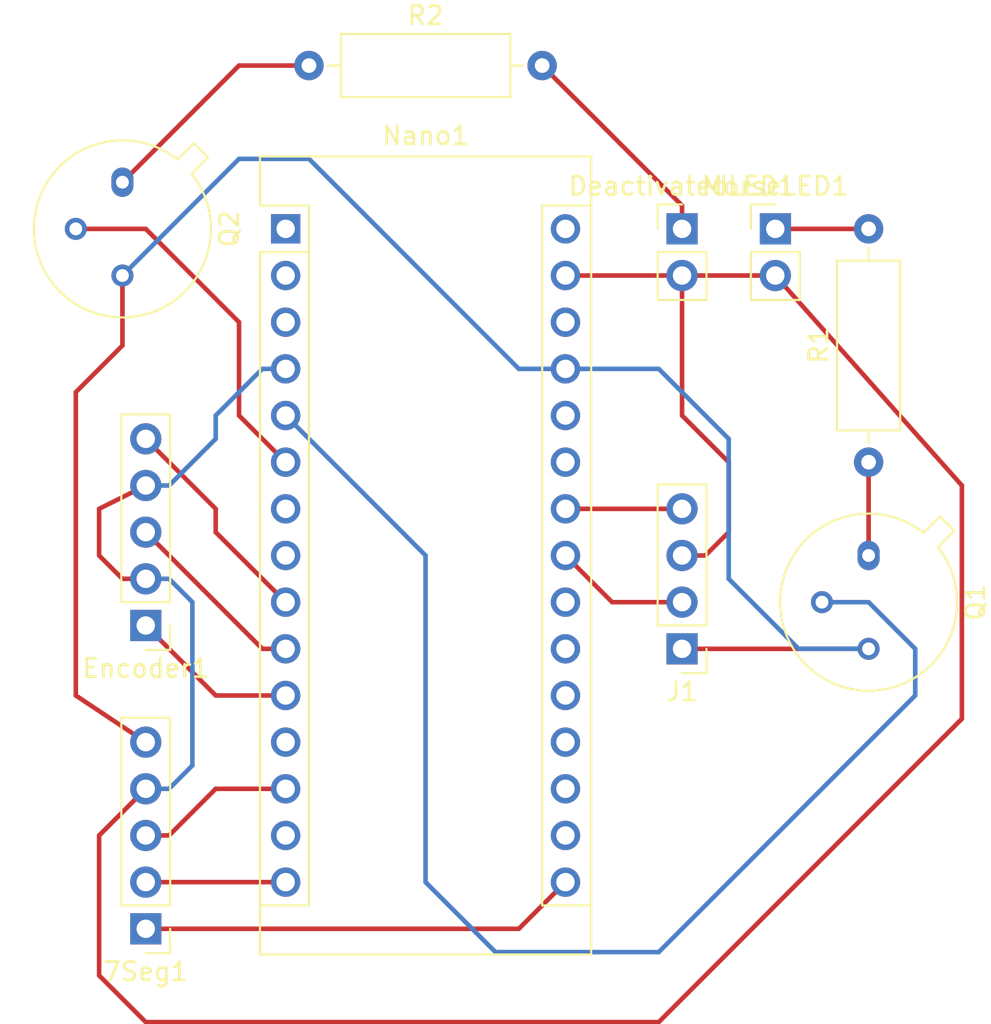
<source format=kicad_pcb>
(kicad_pcb (version 20171130) (host pcbnew "(5.1.9)-1")

  (general
    (thickness 1.6)
    (drawings 0)
    (tracks 77)
    (zones 0)
    (modules 10)
    (nets 34)
  )

  (page A4)
  (layers
    (0 F.Cu signal)
    (31 B.Cu signal)
    (32 B.Adhes user)
    (33 F.Adhes user)
    (34 B.Paste user)
    (35 F.Paste user)
    (36 B.SilkS user)
    (37 F.SilkS user)
    (38 B.Mask user)
    (39 F.Mask user)
    (40 Dwgs.User user)
    (41 Cmts.User user hide)
    (42 Eco1.User user hide)
    (43 Eco2.User user hide)
    (44 Edge.Cuts user hide)
    (45 Margin user hide)
    (46 B.CrtYd user hide)
    (47 F.CrtYd user hide)
    (48 B.Fab user)
    (49 F.Fab user)
  )

  (setup
    (last_trace_width 0.25)
    (trace_clearance 0.2)
    (zone_clearance 0.508)
    (zone_45_only no)
    (trace_min 0.2)
    (via_size 0.8)
    (via_drill 0.4)
    (via_min_size 0.4)
    (via_min_drill 0.3)
    (uvia_size 0.3)
    (uvia_drill 0.1)
    (uvias_allowed no)
    (uvia_min_size 0.2)
    (uvia_min_drill 0.1)
    (edge_width 0.05)
    (segment_width 0.2)
    (pcb_text_width 0.3)
    (pcb_text_size 1.5 1.5)
    (mod_edge_width 0.12)
    (mod_text_size 1 1)
    (mod_text_width 0.15)
    (pad_size 1.524 1.524)
    (pad_drill 0.762)
    (pad_to_mask_clearance 0)
    (aux_axis_origin 0 0)
    (visible_elements 7FFFFFFF)
    (pcbplotparams
      (layerselection 0x010fc_ffffffff)
      (usegerberextensions false)
      (usegerberattributes true)
      (usegerberadvancedattributes true)
      (creategerberjobfile true)
      (excludeedgelayer true)
      (linewidth 0.100000)
      (plotframeref false)
      (viasonmask false)
      (mode 1)
      (useauxorigin false)
      (hpglpennumber 1)
      (hpglpenspeed 20)
      (hpglpendiameter 15.000000)
      (psnegative false)
      (psa4output false)
      (plotreference true)
      (plotvalue true)
      (plotinvisibletext false)
      (padsonsilk false)
      (subtractmaskfromsilk false)
      (outputformat 1)
      (mirror false)
      (drillshape 1)
      (scaleselection 1)
      (outputdirectory ""))
  )

  (net 0 "")
  (net 1 "Net-(7Seg1-Pad1)")
  (net 2 "Net-(7Seg1-Pad2)")
  (net 3 "Net-(Nano1-Pad30)")
  (net 4 "Net-(Nano1-Pad14)")
  (net 5 GND)
  (net 6 "Net-(7Seg1-Pad3)")
  (net 7 "Net-(Nano1-Pad28)")
  (net 8 "Net-(Nano1-Pad12)")
  (net 9 +5V)
  (net 10 "Net-(Encoder1-Pad1)")
  (net 11 "Net-(Nano1-Pad26)")
  (net 12 "Net-(Encoder1-Pad3)")
  (net 13 "Net-(Nano1-Pad25)")
  (net 14 "Net-(Encoder1-Pad5)")
  (net 15 "Net-(Nano1-Pad8)")
  (net 16 "Net-(Nano1-Pad7)")
  (net 17 "Net-(Nano1-Pad22)")
  (net 18 "Net-(Nano1-Pad6)")
  (net 19 "Net-(Nano1-Pad21)")
  (net 20 "Net-(Nano1-Pad5)")
  (net 21 "Net-(Nano1-Pad20)")
  (net 22 "Net-(Nano1-Pad19)")
  (net 23 "Net-(Nano1-Pad3)")
  (net 24 "Net-(Nano1-Pad18)")
  (net 25 "Net-(Nano1-Pad2)")
  (net 26 "Net-(Nano1-Pad17)")
  (net 27 "Net-(Nano1-Pad1)")
  (net 28 "Net-(Q1-Pad1)")
  (net 29 "Net-(DeactivatedLED1-Pad1)")
  (net 30 "Net-(J1-Pad4)")
  (net 31 "Net-(J1-Pad2)")
  (net 32 "Net-(MorseLED1-Pad1)")
  (net 33 "Net-(Q2-Pad1)")

  (net_class Default "This is the default net class."
    (clearance 0.2)
    (trace_width 0.25)
    (via_dia 0.8)
    (via_drill 0.4)
    (uvia_dia 0.3)
    (uvia_drill 0.1)
    (add_net +5V)
    (add_net GND)
    (add_net "Net-(7Seg1-Pad1)")
    (add_net "Net-(7Seg1-Pad2)")
    (add_net "Net-(7Seg1-Pad3)")
    (add_net "Net-(DeactivatedLED1-Pad1)")
    (add_net "Net-(Encoder1-Pad1)")
    (add_net "Net-(Encoder1-Pad3)")
    (add_net "Net-(Encoder1-Pad5)")
    (add_net "Net-(J1-Pad2)")
    (add_net "Net-(J1-Pad4)")
    (add_net "Net-(MorseLED1-Pad1)")
    (add_net "Net-(Nano1-Pad1)")
    (add_net "Net-(Nano1-Pad12)")
    (add_net "Net-(Nano1-Pad14)")
    (add_net "Net-(Nano1-Pad17)")
    (add_net "Net-(Nano1-Pad18)")
    (add_net "Net-(Nano1-Pad19)")
    (add_net "Net-(Nano1-Pad2)")
    (add_net "Net-(Nano1-Pad20)")
    (add_net "Net-(Nano1-Pad21)")
    (add_net "Net-(Nano1-Pad22)")
    (add_net "Net-(Nano1-Pad25)")
    (add_net "Net-(Nano1-Pad26)")
    (add_net "Net-(Nano1-Pad28)")
    (add_net "Net-(Nano1-Pad3)")
    (add_net "Net-(Nano1-Pad30)")
    (add_net "Net-(Nano1-Pad5)")
    (add_net "Net-(Nano1-Pad6)")
    (add_net "Net-(Nano1-Pad7)")
    (add_net "Net-(Nano1-Pad8)")
    (add_net "Net-(Q1-Pad1)")
    (add_net "Net-(Q2-Pad1)")
  )

  (module Resistor_THT:R_Axial_DIN0309_L9.0mm_D3.2mm_P12.70mm_Horizontal (layer F.Cu) (tedit 5AE5139B) (tstamp 610548EB)
    (at 154.94 77.47)
    (descr "Resistor, Axial_DIN0309 series, Axial, Horizontal, pin pitch=12.7mm, 0.5W = 1/2W, length*diameter=9*3.2mm^2, http://cdn-reichelt.de/documents/datenblatt/B400/1_4W%23YAG.pdf")
    (tags "Resistor Axial_DIN0309 series Axial Horizontal pin pitch 12.7mm 0.5W = 1/2W length 9mm diameter 3.2mm")
    (path /61056D92)
    (fp_text reference R2 (at 6.35 -2.72) (layer F.SilkS)
      (effects (font (size 1 1) (thickness 0.15)))
    )
    (fp_text value R (at 6.35 2.72) (layer F.Fab)
      (effects (font (size 1 1) (thickness 0.15)))
    )
    (fp_line (start 1.85 -1.6) (end 1.85 1.6) (layer F.Fab) (width 0.1))
    (fp_line (start 1.85 1.6) (end 10.85 1.6) (layer F.Fab) (width 0.1))
    (fp_line (start 10.85 1.6) (end 10.85 -1.6) (layer F.Fab) (width 0.1))
    (fp_line (start 10.85 -1.6) (end 1.85 -1.6) (layer F.Fab) (width 0.1))
    (fp_line (start 0 0) (end 1.85 0) (layer F.Fab) (width 0.1))
    (fp_line (start 12.7 0) (end 10.85 0) (layer F.Fab) (width 0.1))
    (fp_line (start 1.73 -1.72) (end 1.73 1.72) (layer F.SilkS) (width 0.12))
    (fp_line (start 1.73 1.72) (end 10.97 1.72) (layer F.SilkS) (width 0.12))
    (fp_line (start 10.97 1.72) (end 10.97 -1.72) (layer F.SilkS) (width 0.12))
    (fp_line (start 10.97 -1.72) (end 1.73 -1.72) (layer F.SilkS) (width 0.12))
    (fp_line (start 1.04 0) (end 1.73 0) (layer F.SilkS) (width 0.12))
    (fp_line (start 11.66 0) (end 10.97 0) (layer F.SilkS) (width 0.12))
    (fp_line (start -1.05 -1.85) (end -1.05 1.85) (layer F.CrtYd) (width 0.05))
    (fp_line (start -1.05 1.85) (end 13.75 1.85) (layer F.CrtYd) (width 0.05))
    (fp_line (start 13.75 1.85) (end 13.75 -1.85) (layer F.CrtYd) (width 0.05))
    (fp_line (start 13.75 -1.85) (end -1.05 -1.85) (layer F.CrtYd) (width 0.05))
    (fp_text user %R (at 6.35 0) (layer F.Fab)
      (effects (font (size 1 1) (thickness 0.15)))
    )
    (pad 2 thru_hole oval (at 12.7 0) (size 1.6 1.6) (drill 0.8) (layers *.Cu *.Mask)
      (net 29 "Net-(DeactivatedLED1-Pad1)"))
    (pad 1 thru_hole circle (at 0 0) (size 1.6 1.6) (drill 0.8) (layers *.Cu *.Mask)
      (net 33 "Net-(Q2-Pad1)"))
    (model ${KISYS3DMOD}/Resistor_THT.3dshapes/R_Axial_DIN0309_L9.0mm_D3.2mm_P12.70mm_Horizontal.wrl
      (at (xyz 0 0 0))
      (scale (xyz 1 1 1))
      (rotate (xyz 0 0 0))
    )
  )

  (module Resistor_THT:R_Axial_DIN0309_L9.0mm_D3.2mm_P12.70mm_Horizontal (layer F.Cu) (tedit 5AE5139B) (tstamp 610548D4)
    (at 185.42 99.06 90)
    (descr "Resistor, Axial_DIN0309 series, Axial, Horizontal, pin pitch=12.7mm, 0.5W = 1/2W, length*diameter=9*3.2mm^2, http://cdn-reichelt.de/documents/datenblatt/B400/1_4W%23YAG.pdf")
    (tags "Resistor Axial_DIN0309 series Axial Horizontal pin pitch 12.7mm 0.5W = 1/2W length 9mm diameter 3.2mm")
    (path /6104E96F)
    (fp_text reference R1 (at 6.35 -2.72 90) (layer F.SilkS)
      (effects (font (size 1 1) (thickness 0.15)))
    )
    (fp_text value R (at 6.35 2.72 90) (layer F.Fab)
      (effects (font (size 1 1) (thickness 0.15)))
    )
    (fp_line (start 1.85 -1.6) (end 1.85 1.6) (layer F.Fab) (width 0.1))
    (fp_line (start 1.85 1.6) (end 10.85 1.6) (layer F.Fab) (width 0.1))
    (fp_line (start 10.85 1.6) (end 10.85 -1.6) (layer F.Fab) (width 0.1))
    (fp_line (start 10.85 -1.6) (end 1.85 -1.6) (layer F.Fab) (width 0.1))
    (fp_line (start 0 0) (end 1.85 0) (layer F.Fab) (width 0.1))
    (fp_line (start 12.7 0) (end 10.85 0) (layer F.Fab) (width 0.1))
    (fp_line (start 1.73 -1.72) (end 1.73 1.72) (layer F.SilkS) (width 0.12))
    (fp_line (start 1.73 1.72) (end 10.97 1.72) (layer F.SilkS) (width 0.12))
    (fp_line (start 10.97 1.72) (end 10.97 -1.72) (layer F.SilkS) (width 0.12))
    (fp_line (start 10.97 -1.72) (end 1.73 -1.72) (layer F.SilkS) (width 0.12))
    (fp_line (start 1.04 0) (end 1.73 0) (layer F.SilkS) (width 0.12))
    (fp_line (start 11.66 0) (end 10.97 0) (layer F.SilkS) (width 0.12))
    (fp_line (start -1.05 -1.85) (end -1.05 1.85) (layer F.CrtYd) (width 0.05))
    (fp_line (start -1.05 1.85) (end 13.75 1.85) (layer F.CrtYd) (width 0.05))
    (fp_line (start 13.75 1.85) (end 13.75 -1.85) (layer F.CrtYd) (width 0.05))
    (fp_line (start 13.75 -1.85) (end -1.05 -1.85) (layer F.CrtYd) (width 0.05))
    (fp_text user %R (at 6.35 0 90) (layer F.Fab)
      (effects (font (size 1 1) (thickness 0.15)))
    )
    (pad 2 thru_hole oval (at 12.7 0 90) (size 1.6 1.6) (drill 0.8) (layers *.Cu *.Mask)
      (net 32 "Net-(MorseLED1-Pad1)"))
    (pad 1 thru_hole circle (at 0 0 90) (size 1.6 1.6) (drill 0.8) (layers *.Cu *.Mask)
      (net 28 "Net-(Q1-Pad1)"))
    (model ${KISYS3DMOD}/Resistor_THT.3dshapes/R_Axial_DIN0309_L9.0mm_D3.2mm_P12.70mm_Horizontal.wrl
      (at (xyz 0 0 0))
      (scale (xyz 1 1 1))
      (rotate (xyz 0 0 0))
    )
  )

  (module Package_TO_SOT_THT:TO-39-3 (layer F.Cu) (tedit 5A02FF81) (tstamp 610548BD)
    (at 144.78 83.82 270)
    (descr TO-39-3)
    (tags TO-39-3)
    (path /6105728C)
    (fp_text reference Q2 (at 2.54 -5.82 90) (layer F.SilkS)
      (effects (font (size 1 1) (thickness 0.15)))
    )
    (fp_text value 2N2219 (at 2.54 5.82 90) (layer F.Fab)
      (effects (font (size 1 1) (thickness 0.15)))
    )
    (fp_line (start -0.465408 -3.61352) (end -1.27151 -4.419621) (layer F.Fab) (width 0.1))
    (fp_line (start -1.27151 -4.419621) (end -1.879621 -3.81151) (layer F.Fab) (width 0.1))
    (fp_line (start -1.879621 -3.81151) (end -1.07352 -3.005408) (layer F.Fab) (width 0.1))
    (fp_line (start -0.457084 -3.774902) (end -1.348039 -4.665856) (layer F.SilkS) (width 0.12))
    (fp_line (start -1.348039 -4.665856) (end -2.125856 -3.888039) (layer F.SilkS) (width 0.12))
    (fp_line (start -2.125856 -3.888039) (end -1.234902 -2.997084) (layer F.SilkS) (width 0.12))
    (fp_line (start -2.41 -4.95) (end -2.41 4.95) (layer F.CrtYd) (width 0.05))
    (fp_line (start -2.41 4.95) (end 7.49 4.95) (layer F.CrtYd) (width 0.05))
    (fp_line (start 7.49 4.95) (end 7.49 -4.95) (layer F.CrtYd) (width 0.05))
    (fp_line (start 7.49 -4.95) (end -2.41 -4.95) (layer F.CrtYd) (width 0.05))
    (fp_circle (center 2.54 0) (end 6.79 0) (layer F.Fab) (width 0.1))
    (fp_arc (start 2.54 0) (end -0.457084 -3.774902) (angle 346.9) (layer F.SilkS) (width 0.12))
    (fp_arc (start 2.54 0) (end -0.465408 -3.61352) (angle 349.5) (layer F.Fab) (width 0.1))
    (fp_text user %R (at 2.54 -5.82 90) (layer F.Fab)
      (effects (font (size 1 1) (thickness 0.15)))
    )
    (pad 3 thru_hole oval (at 5.08 0 270) (size 1.2 1.2) (drill 0.7) (layers *.Cu *.Mask)
      (net 9 +5V))
    (pad 2 thru_hole oval (at 2.54 2.54 270) (size 1.2 1.2) (drill 0.7) (layers *.Cu *.Mask)
      (net 18 "Net-(Nano1-Pad6)"))
    (pad 1 thru_hole oval (at 0 0 270) (size 1.6 1.2) (drill 0.7) (layers *.Cu *.Mask)
      (net 33 "Net-(Q2-Pad1)"))
    (model ${KISYS3DMOD}/Package_TO_SOT_THT.3dshapes/TO-39-3.wrl
      (at (xyz 0 0 0))
      (scale (xyz 1 1 1))
      (rotate (xyz 0 0 0))
    )
  )

  (module Connector_PinHeader_2.54mm:PinHeader_1x02_P2.54mm_Vertical (layer F.Cu) (tedit 59FED5CC) (tstamp 61054808)
    (at 180.34 86.36)
    (descr "Through hole straight pin header, 1x02, 2.54mm pitch, single row")
    (tags "Through hole pin header THT 1x02 2.54mm single row")
    (path /610551C1)
    (fp_text reference MorseLED1 (at 0 -2.33) (layer F.SilkS)
      (effects (font (size 1 1) (thickness 0.15)))
    )
    (fp_text value Conn_01x02 (at 0 4.87) (layer F.Fab)
      (effects (font (size 1 1) (thickness 0.15)))
    )
    (fp_line (start -0.635 -1.27) (end 1.27 -1.27) (layer F.Fab) (width 0.1))
    (fp_line (start 1.27 -1.27) (end 1.27 3.81) (layer F.Fab) (width 0.1))
    (fp_line (start 1.27 3.81) (end -1.27 3.81) (layer F.Fab) (width 0.1))
    (fp_line (start -1.27 3.81) (end -1.27 -0.635) (layer F.Fab) (width 0.1))
    (fp_line (start -1.27 -0.635) (end -0.635 -1.27) (layer F.Fab) (width 0.1))
    (fp_line (start -1.33 3.87) (end 1.33 3.87) (layer F.SilkS) (width 0.12))
    (fp_line (start -1.33 1.27) (end -1.33 3.87) (layer F.SilkS) (width 0.12))
    (fp_line (start 1.33 1.27) (end 1.33 3.87) (layer F.SilkS) (width 0.12))
    (fp_line (start -1.33 1.27) (end 1.33 1.27) (layer F.SilkS) (width 0.12))
    (fp_line (start -1.33 0) (end -1.33 -1.33) (layer F.SilkS) (width 0.12))
    (fp_line (start -1.33 -1.33) (end 0 -1.33) (layer F.SilkS) (width 0.12))
    (fp_line (start -1.8 -1.8) (end -1.8 4.35) (layer F.CrtYd) (width 0.05))
    (fp_line (start -1.8 4.35) (end 1.8 4.35) (layer F.CrtYd) (width 0.05))
    (fp_line (start 1.8 4.35) (end 1.8 -1.8) (layer F.CrtYd) (width 0.05))
    (fp_line (start 1.8 -1.8) (end -1.8 -1.8) (layer F.CrtYd) (width 0.05))
    (fp_text user %R (at 0 1.27 90) (layer F.Fab)
      (effects (font (size 1 1) (thickness 0.15)))
    )
    (pad 2 thru_hole oval (at 0 2.54) (size 1.7 1.7) (drill 1) (layers *.Cu *.Mask)
      (net 5 GND))
    (pad 1 thru_hole rect (at 0 0) (size 1.7 1.7) (drill 1) (layers *.Cu *.Mask)
      (net 32 "Net-(MorseLED1-Pad1)"))
    (model ${KISYS3DMOD}/Connector_PinHeader_2.54mm.3dshapes/PinHeader_1x02_P2.54mm_Vertical.wrl
      (at (xyz 0 0 0))
      (scale (xyz 1 1 1))
      (rotate (xyz 0 0 0))
    )
  )

  (module Connector_PinHeader_2.54mm:PinHeader_1x04_P2.54mm_Vertical (layer F.Cu) (tedit 59FED5CC) (tstamp 610547F2)
    (at 175.26 109.22 180)
    (descr "Through hole straight pin header, 1x04, 2.54mm pitch, single row")
    (tags "Through hole pin header THT 1x04 2.54mm single row")
    (path /6105BDAA)
    (fp_text reference J1 (at 0 -2.33) (layer F.SilkS)
      (effects (font (size 1 1) (thickness 0.15)))
    )
    (fp_text value Conn_01x04 (at 0 9.95) (layer F.Fab)
      (effects (font (size 1 1) (thickness 0.15)))
    )
    (fp_line (start -0.635 -1.27) (end 1.27 -1.27) (layer F.Fab) (width 0.1))
    (fp_line (start 1.27 -1.27) (end 1.27 8.89) (layer F.Fab) (width 0.1))
    (fp_line (start 1.27 8.89) (end -1.27 8.89) (layer F.Fab) (width 0.1))
    (fp_line (start -1.27 8.89) (end -1.27 -0.635) (layer F.Fab) (width 0.1))
    (fp_line (start -1.27 -0.635) (end -0.635 -1.27) (layer F.Fab) (width 0.1))
    (fp_line (start -1.33 8.95) (end 1.33 8.95) (layer F.SilkS) (width 0.12))
    (fp_line (start -1.33 1.27) (end -1.33 8.95) (layer F.SilkS) (width 0.12))
    (fp_line (start 1.33 1.27) (end 1.33 8.95) (layer F.SilkS) (width 0.12))
    (fp_line (start -1.33 1.27) (end 1.33 1.27) (layer F.SilkS) (width 0.12))
    (fp_line (start -1.33 0) (end -1.33 -1.33) (layer F.SilkS) (width 0.12))
    (fp_line (start -1.33 -1.33) (end 0 -1.33) (layer F.SilkS) (width 0.12))
    (fp_line (start -1.8 -1.8) (end -1.8 9.4) (layer F.CrtYd) (width 0.05))
    (fp_line (start -1.8 9.4) (end 1.8 9.4) (layer F.CrtYd) (width 0.05))
    (fp_line (start 1.8 9.4) (end 1.8 -1.8) (layer F.CrtYd) (width 0.05))
    (fp_line (start 1.8 -1.8) (end -1.8 -1.8) (layer F.CrtYd) (width 0.05))
    (fp_text user %R (at 0 3.81 90) (layer F.Fab)
      (effects (font (size 1 1) (thickness 0.15)))
    )
    (pad 4 thru_hole oval (at 0 7.62 180) (size 1.7 1.7) (drill 1) (layers *.Cu *.Mask)
      (net 30 "Net-(J1-Pad4)"))
    (pad 3 thru_hole oval (at 0 5.08 180) (size 1.7 1.7) (drill 1) (layers *.Cu *.Mask)
      (net 5 GND))
    (pad 2 thru_hole oval (at 0 2.54 180) (size 1.7 1.7) (drill 1) (layers *.Cu *.Mask)
      (net 31 "Net-(J1-Pad2)"))
    (pad 1 thru_hole rect (at 0 0 180) (size 1.7 1.7) (drill 1) (layers *.Cu *.Mask)
      (net 9 +5V))
    (model ${KISYS3DMOD}/Connector_PinHeader_2.54mm.3dshapes/PinHeader_1x04_P2.54mm_Vertical.wrl
      (at (xyz 0 0 0))
      (scale (xyz 1 1 1))
      (rotate (xyz 0 0 0))
    )
  )

  (module Connector_PinHeader_2.54mm:PinHeader_1x02_P2.54mm_Vertical (layer F.Cu) (tedit 59FED5CC) (tstamp 610547AA)
    (at 175.26 86.36)
    (descr "Through hole straight pin header, 1x02, 2.54mm pitch, single row")
    (tags "Through hole pin header THT 1x02 2.54mm single row")
    (path /6105576B)
    (fp_text reference DeactivatedLED1 (at 0 -2.33) (layer F.SilkS)
      (effects (font (size 1 1) (thickness 0.15)))
    )
    (fp_text value Conn_01x02 (at 0 4.87) (layer F.Fab)
      (effects (font (size 1 1) (thickness 0.15)))
    )
    (fp_line (start -0.635 -1.27) (end 1.27 -1.27) (layer F.Fab) (width 0.1))
    (fp_line (start 1.27 -1.27) (end 1.27 3.81) (layer F.Fab) (width 0.1))
    (fp_line (start 1.27 3.81) (end -1.27 3.81) (layer F.Fab) (width 0.1))
    (fp_line (start -1.27 3.81) (end -1.27 -0.635) (layer F.Fab) (width 0.1))
    (fp_line (start -1.27 -0.635) (end -0.635 -1.27) (layer F.Fab) (width 0.1))
    (fp_line (start -1.33 3.87) (end 1.33 3.87) (layer F.SilkS) (width 0.12))
    (fp_line (start -1.33 1.27) (end -1.33 3.87) (layer F.SilkS) (width 0.12))
    (fp_line (start 1.33 1.27) (end 1.33 3.87) (layer F.SilkS) (width 0.12))
    (fp_line (start -1.33 1.27) (end 1.33 1.27) (layer F.SilkS) (width 0.12))
    (fp_line (start -1.33 0) (end -1.33 -1.33) (layer F.SilkS) (width 0.12))
    (fp_line (start -1.33 -1.33) (end 0 -1.33) (layer F.SilkS) (width 0.12))
    (fp_line (start -1.8 -1.8) (end -1.8 4.35) (layer F.CrtYd) (width 0.05))
    (fp_line (start -1.8 4.35) (end 1.8 4.35) (layer F.CrtYd) (width 0.05))
    (fp_line (start 1.8 4.35) (end 1.8 -1.8) (layer F.CrtYd) (width 0.05))
    (fp_line (start 1.8 -1.8) (end -1.8 -1.8) (layer F.CrtYd) (width 0.05))
    (fp_text user %R (at 0 1.27 90) (layer F.Fab)
      (effects (font (size 1 1) (thickness 0.15)))
    )
    (pad 2 thru_hole oval (at 0 2.54) (size 1.7 1.7) (drill 1) (layers *.Cu *.Mask)
      (net 5 GND))
    (pad 1 thru_hole rect (at 0 0) (size 1.7 1.7) (drill 1) (layers *.Cu *.Mask)
      (net 29 "Net-(DeactivatedLED1-Pad1)"))
    (model ${KISYS3DMOD}/Connector_PinHeader_2.54mm.3dshapes/PinHeader_1x02_P2.54mm_Vertical.wrl
      (at (xyz 0 0 0))
      (scale (xyz 1 1 1))
      (rotate (xyz 0 0 0))
    )
  )

  (module Package_TO_SOT_THT:TO-39-3 (layer F.Cu) (tedit 5A02FF81) (tstamp 61049976)
    (at 185.42 104.14 270)
    (descr TO-39-3)
    (tags TO-39-3)
    (path /6104D7BF)
    (fp_text reference Q1 (at 2.54 -5.82 90) (layer F.SilkS)
      (effects (font (size 1 1) (thickness 0.15)))
    )
    (fp_text value 2N2219 (at 2.54 5.82 90) (layer F.Fab)
      (effects (font (size 1 1) (thickness 0.15)))
    )
    (fp_circle (center 2.54 0) (end 6.79 0) (layer F.Fab) (width 0.1))
    (fp_line (start 7.49 -4.95) (end -2.41 -4.95) (layer F.CrtYd) (width 0.05))
    (fp_line (start 7.49 4.95) (end 7.49 -4.95) (layer F.CrtYd) (width 0.05))
    (fp_line (start -2.41 4.95) (end 7.49 4.95) (layer F.CrtYd) (width 0.05))
    (fp_line (start -2.41 -4.95) (end -2.41 4.95) (layer F.CrtYd) (width 0.05))
    (fp_line (start -2.125856 -3.888039) (end -1.234902 -2.997084) (layer F.SilkS) (width 0.12))
    (fp_line (start -1.348039 -4.665856) (end -2.125856 -3.888039) (layer F.SilkS) (width 0.12))
    (fp_line (start -0.457084 -3.774902) (end -1.348039 -4.665856) (layer F.SilkS) (width 0.12))
    (fp_line (start -1.879621 -3.81151) (end -1.07352 -3.005408) (layer F.Fab) (width 0.1))
    (fp_line (start -1.27151 -4.419621) (end -1.879621 -3.81151) (layer F.Fab) (width 0.1))
    (fp_line (start -0.465408 -3.61352) (end -1.27151 -4.419621) (layer F.Fab) (width 0.1))
    (fp_text user %R (at 2.54 -5.82 90) (layer F.Fab)
      (effects (font (size 1 1) (thickness 0.15)))
    )
    (fp_arc (start 2.54 0) (end -0.465408 -3.61352) (angle 349.5) (layer F.Fab) (width 0.1))
    (fp_arc (start 2.54 0) (end -0.457084 -3.774902) (angle 346.9) (layer F.SilkS) (width 0.12))
    (pad 1 thru_hole oval (at 0 0 270) (size 1.6 1.2) (drill 0.7) (layers *.Cu *.Mask)
      (net 28 "Net-(Q1-Pad1)"))
    (pad 2 thru_hole oval (at 2.54 2.54 270) (size 1.2 1.2) (drill 0.7) (layers *.Cu *.Mask)
      (net 20 "Net-(Nano1-Pad5)"))
    (pad 3 thru_hole oval (at 5.08 0 270) (size 1.2 1.2) (drill 0.7) (layers *.Cu *.Mask)
      (net 9 +5V))
    (model ${KISYS3DMOD}/Package_TO_SOT_THT.3dshapes/TO-39-3.wrl
      (at (xyz 0 0 0))
      (scale (xyz 1 1 1))
      (rotate (xyz 0 0 0))
    )
  )

  (module Connector_PinHeader_2.54mm:PinHeader_1x05_P2.54mm_Vertical (layer F.Cu) (tedit 59FED5CC) (tstamp 610495D7)
    (at 146.05 107.95 180)
    (descr "Through hole straight pin header, 1x05, 2.54mm pitch, single row")
    (tags "Through hole pin header THT 1x05 2.54mm single row")
    (path /61045C91)
    (fp_text reference Encoder1 (at 0 -2.33) (layer F.SilkS)
      (effects (font (size 1 1) (thickness 0.15)))
    )
    (fp_text value Conn_01x05 (at 0 12.49) (layer F.Fab)
      (effects (font (size 1 1) (thickness 0.15)))
    )
    (fp_line (start -0.635 -1.27) (end 1.27 -1.27) (layer F.Fab) (width 0.1))
    (fp_line (start 1.27 -1.27) (end 1.27 11.43) (layer F.Fab) (width 0.1))
    (fp_line (start 1.27 11.43) (end -1.27 11.43) (layer F.Fab) (width 0.1))
    (fp_line (start -1.27 11.43) (end -1.27 -0.635) (layer F.Fab) (width 0.1))
    (fp_line (start -1.27 -0.635) (end -0.635 -1.27) (layer F.Fab) (width 0.1))
    (fp_line (start -1.33 11.49) (end 1.33 11.49) (layer F.SilkS) (width 0.12))
    (fp_line (start -1.33 1.27) (end -1.33 11.49) (layer F.SilkS) (width 0.12))
    (fp_line (start 1.33 1.27) (end 1.33 11.49) (layer F.SilkS) (width 0.12))
    (fp_line (start -1.33 1.27) (end 1.33 1.27) (layer F.SilkS) (width 0.12))
    (fp_line (start -1.33 0) (end -1.33 -1.33) (layer F.SilkS) (width 0.12))
    (fp_line (start -1.33 -1.33) (end 0 -1.33) (layer F.SilkS) (width 0.12))
    (fp_line (start -1.8 -1.8) (end -1.8 11.95) (layer F.CrtYd) (width 0.05))
    (fp_line (start -1.8 11.95) (end 1.8 11.95) (layer F.CrtYd) (width 0.05))
    (fp_line (start 1.8 11.95) (end 1.8 -1.8) (layer F.CrtYd) (width 0.05))
    (fp_line (start 1.8 -1.8) (end -1.8 -1.8) (layer F.CrtYd) (width 0.05))
    (fp_text user %R (at 0 5.08 90) (layer F.Fab)
      (effects (font (size 1 1) (thickness 0.15)))
    )
    (pad 5 thru_hole oval (at 0 10.16 180) (size 1.7 1.7) (drill 1) (layers *.Cu *.Mask)
      (net 14 "Net-(Encoder1-Pad5)"))
    (pad 4 thru_hole oval (at 0 7.62 180) (size 1.7 1.7) (drill 1) (layers *.Cu *.Mask)
      (net 5 GND))
    (pad 3 thru_hole oval (at 0 5.08 180) (size 1.7 1.7) (drill 1) (layers *.Cu *.Mask)
      (net 12 "Net-(Encoder1-Pad3)"))
    (pad 2 thru_hole oval (at 0 2.54 180) (size 1.7 1.7) (drill 1) (layers *.Cu *.Mask)
      (net 5 GND))
    (pad 1 thru_hole rect (at 0 0 180) (size 1.7 1.7) (drill 1) (layers *.Cu *.Mask)
      (net 10 "Net-(Encoder1-Pad1)"))
    (model ${KISYS3DMOD}/Connector_PinHeader_2.54mm.3dshapes/PinHeader_1x05_P2.54mm_Vertical.wrl
      (at (xyz 0 0 0))
      (scale (xyz 1 1 1))
      (rotate (xyz 0 0 0))
    )
  )

  (module Connector_PinHeader_2.54mm:PinHeader_1x05_P2.54mm_Vertical (layer F.Cu) (tedit 59FED5CC) (tstamp 610495BE)
    (at 146.05 124.46 180)
    (descr "Through hole straight pin header, 1x05, 2.54mm pitch, single row")
    (tags "Through hole pin header THT 1x05 2.54mm single row")
    (path /61042CBA)
    (fp_text reference 7Seg1 (at 0 -2.33) (layer F.SilkS)
      (effects (font (size 1 1) (thickness 0.15)))
    )
    (fp_text value Conn_01x05 (at 0 12.49) (layer F.Fab)
      (effects (font (size 1 1) (thickness 0.15)))
    )
    (fp_line (start -0.635 -1.27) (end 1.27 -1.27) (layer F.Fab) (width 0.1))
    (fp_line (start 1.27 -1.27) (end 1.27 11.43) (layer F.Fab) (width 0.1))
    (fp_line (start 1.27 11.43) (end -1.27 11.43) (layer F.Fab) (width 0.1))
    (fp_line (start -1.27 11.43) (end -1.27 -0.635) (layer F.Fab) (width 0.1))
    (fp_line (start -1.27 -0.635) (end -0.635 -1.27) (layer F.Fab) (width 0.1))
    (fp_line (start -1.33 11.49) (end 1.33 11.49) (layer F.SilkS) (width 0.12))
    (fp_line (start -1.33 1.27) (end -1.33 11.49) (layer F.SilkS) (width 0.12))
    (fp_line (start 1.33 1.27) (end 1.33 11.49) (layer F.SilkS) (width 0.12))
    (fp_line (start -1.33 1.27) (end 1.33 1.27) (layer F.SilkS) (width 0.12))
    (fp_line (start -1.33 0) (end -1.33 -1.33) (layer F.SilkS) (width 0.12))
    (fp_line (start -1.33 -1.33) (end 0 -1.33) (layer F.SilkS) (width 0.12))
    (fp_line (start -1.8 -1.8) (end -1.8 11.95) (layer F.CrtYd) (width 0.05))
    (fp_line (start -1.8 11.95) (end 1.8 11.95) (layer F.CrtYd) (width 0.05))
    (fp_line (start 1.8 11.95) (end 1.8 -1.8) (layer F.CrtYd) (width 0.05))
    (fp_line (start 1.8 -1.8) (end -1.8 -1.8) (layer F.CrtYd) (width 0.05))
    (fp_text user %R (at 0 5.08 90) (layer F.Fab)
      (effects (font (size 1 1) (thickness 0.15)))
    )
    (pad 5 thru_hole oval (at 0 10.16 180) (size 1.7 1.7) (drill 1) (layers *.Cu *.Mask)
      (net 9 +5V))
    (pad 4 thru_hole oval (at 0 7.62 180) (size 1.7 1.7) (drill 1) (layers *.Cu *.Mask)
      (net 5 GND))
    (pad 3 thru_hole oval (at 0 5.08 180) (size 1.7 1.7) (drill 1) (layers *.Cu *.Mask)
      (net 6 "Net-(7Seg1-Pad3)"))
    (pad 2 thru_hole oval (at 0 2.54 180) (size 1.7 1.7) (drill 1) (layers *.Cu *.Mask)
      (net 2 "Net-(7Seg1-Pad2)"))
    (pad 1 thru_hole rect (at 0 0 180) (size 1.7 1.7) (drill 1) (layers *.Cu *.Mask)
      (net 1 "Net-(7Seg1-Pad1)"))
    (model ${KISYS3DMOD}/Connector_PinHeader_2.54mm.3dshapes/PinHeader_1x05_P2.54mm_Vertical.wrl
      (at (xyz 0 0 0))
      (scale (xyz 1 1 1))
      (rotate (xyz 0 0 0))
    )
  )

  (module Module:Arduino_Nano (layer F.Cu) (tedit 58ACAF70) (tstamp 61048E8A)
    (at 153.67 86.36)
    (descr "Arduino Nano, http://www.mouser.com/pdfdocs/Gravitech_Arduino_Nano3_0.pdf")
    (tags "Arduino Nano")
    (path /6103F115)
    (fp_text reference Nano1 (at 7.62 -5.08) (layer F.SilkS)
      (effects (font (size 1 1) (thickness 0.15)))
    )
    (fp_text value Arduino_Nano_v3.x (at 8.89 19.05 90) (layer F.Fab)
      (effects (font (size 1 1) (thickness 0.15)))
    )
    (fp_line (start 16.75 42.16) (end -1.53 42.16) (layer F.CrtYd) (width 0.05))
    (fp_line (start 16.75 42.16) (end 16.75 -4.06) (layer F.CrtYd) (width 0.05))
    (fp_line (start -1.53 -4.06) (end -1.53 42.16) (layer F.CrtYd) (width 0.05))
    (fp_line (start -1.53 -4.06) (end 16.75 -4.06) (layer F.CrtYd) (width 0.05))
    (fp_line (start 16.51 -3.81) (end 16.51 39.37) (layer F.Fab) (width 0.1))
    (fp_line (start 0 -3.81) (end 16.51 -3.81) (layer F.Fab) (width 0.1))
    (fp_line (start -1.27 -2.54) (end 0 -3.81) (layer F.Fab) (width 0.1))
    (fp_line (start -1.27 39.37) (end -1.27 -2.54) (layer F.Fab) (width 0.1))
    (fp_line (start 16.51 39.37) (end -1.27 39.37) (layer F.Fab) (width 0.1))
    (fp_line (start 16.64 -3.94) (end -1.4 -3.94) (layer F.SilkS) (width 0.12))
    (fp_line (start 16.64 39.5) (end 16.64 -3.94) (layer F.SilkS) (width 0.12))
    (fp_line (start -1.4 39.5) (end 16.64 39.5) (layer F.SilkS) (width 0.12))
    (fp_line (start 3.81 41.91) (end 3.81 31.75) (layer F.Fab) (width 0.1))
    (fp_line (start 11.43 41.91) (end 3.81 41.91) (layer F.Fab) (width 0.1))
    (fp_line (start 11.43 31.75) (end 11.43 41.91) (layer F.Fab) (width 0.1))
    (fp_line (start 3.81 31.75) (end 11.43 31.75) (layer F.Fab) (width 0.1))
    (fp_line (start 1.27 36.83) (end -1.4 36.83) (layer F.SilkS) (width 0.12))
    (fp_line (start 1.27 1.27) (end 1.27 36.83) (layer F.SilkS) (width 0.12))
    (fp_line (start 1.27 1.27) (end -1.4 1.27) (layer F.SilkS) (width 0.12))
    (fp_line (start 13.97 36.83) (end 16.64 36.83) (layer F.SilkS) (width 0.12))
    (fp_line (start 13.97 -1.27) (end 13.97 36.83) (layer F.SilkS) (width 0.12))
    (fp_line (start 13.97 -1.27) (end 16.64 -1.27) (layer F.SilkS) (width 0.12))
    (fp_line (start -1.4 -3.94) (end -1.4 -1.27) (layer F.SilkS) (width 0.12))
    (fp_line (start -1.4 1.27) (end -1.4 39.5) (layer F.SilkS) (width 0.12))
    (fp_line (start 1.27 -1.27) (end -1.4 -1.27) (layer F.SilkS) (width 0.12))
    (fp_line (start 1.27 1.27) (end 1.27 -1.27) (layer F.SilkS) (width 0.12))
    (fp_text user %R (at 6.35 19.05 90) (layer F.Fab)
      (effects (font (size 1 1) (thickness 0.15)))
    )
    (pad 1 thru_hole rect (at 0 0) (size 1.6 1.6) (drill 1) (layers *.Cu *.Mask)
      (net 27 "Net-(Nano1-Pad1)"))
    (pad 17 thru_hole oval (at 15.24 33.02) (size 1.6 1.6) (drill 1) (layers *.Cu *.Mask)
      (net 26 "Net-(Nano1-Pad17)"))
    (pad 2 thru_hole oval (at 0 2.54) (size 1.6 1.6) (drill 1) (layers *.Cu *.Mask)
      (net 25 "Net-(Nano1-Pad2)"))
    (pad 18 thru_hole oval (at 15.24 30.48) (size 1.6 1.6) (drill 1) (layers *.Cu *.Mask)
      (net 24 "Net-(Nano1-Pad18)"))
    (pad 3 thru_hole oval (at 0 5.08) (size 1.6 1.6) (drill 1) (layers *.Cu *.Mask)
      (net 23 "Net-(Nano1-Pad3)"))
    (pad 19 thru_hole oval (at 15.24 27.94) (size 1.6 1.6) (drill 1) (layers *.Cu *.Mask)
      (net 22 "Net-(Nano1-Pad19)"))
    (pad 4 thru_hole oval (at 0 7.62) (size 1.6 1.6) (drill 1) (layers *.Cu *.Mask)
      (net 5 GND))
    (pad 20 thru_hole oval (at 15.24 25.4) (size 1.6 1.6) (drill 1) (layers *.Cu *.Mask)
      (net 21 "Net-(Nano1-Pad20)"))
    (pad 5 thru_hole oval (at 0 10.16) (size 1.6 1.6) (drill 1) (layers *.Cu *.Mask)
      (net 20 "Net-(Nano1-Pad5)"))
    (pad 21 thru_hole oval (at 15.24 22.86) (size 1.6 1.6) (drill 1) (layers *.Cu *.Mask)
      (net 19 "Net-(Nano1-Pad21)"))
    (pad 6 thru_hole oval (at 0 12.7) (size 1.6 1.6) (drill 1) (layers *.Cu *.Mask)
      (net 18 "Net-(Nano1-Pad6)"))
    (pad 22 thru_hole oval (at 15.24 20.32) (size 1.6 1.6) (drill 1) (layers *.Cu *.Mask)
      (net 17 "Net-(Nano1-Pad22)"))
    (pad 7 thru_hole oval (at 0 15.24) (size 1.6 1.6) (drill 1) (layers *.Cu *.Mask)
      (net 16 "Net-(Nano1-Pad7)"))
    (pad 23 thru_hole oval (at 15.24 17.78) (size 1.6 1.6) (drill 1) (layers *.Cu *.Mask)
      (net 31 "Net-(J1-Pad2)"))
    (pad 8 thru_hole oval (at 0 17.78) (size 1.6 1.6) (drill 1) (layers *.Cu *.Mask)
      (net 15 "Net-(Nano1-Pad8)"))
    (pad 24 thru_hole oval (at 15.24 15.24) (size 1.6 1.6) (drill 1) (layers *.Cu *.Mask)
      (net 30 "Net-(J1-Pad4)"))
    (pad 9 thru_hole oval (at 0 20.32) (size 1.6 1.6) (drill 1) (layers *.Cu *.Mask)
      (net 14 "Net-(Encoder1-Pad5)"))
    (pad 25 thru_hole oval (at 15.24 12.7) (size 1.6 1.6) (drill 1) (layers *.Cu *.Mask)
      (net 13 "Net-(Nano1-Pad25)"))
    (pad 10 thru_hole oval (at 0 22.86) (size 1.6 1.6) (drill 1) (layers *.Cu *.Mask)
      (net 12 "Net-(Encoder1-Pad3)"))
    (pad 26 thru_hole oval (at 15.24 10.16) (size 1.6 1.6) (drill 1) (layers *.Cu *.Mask)
      (net 11 "Net-(Nano1-Pad26)"))
    (pad 11 thru_hole oval (at 0 25.4) (size 1.6 1.6) (drill 1) (layers *.Cu *.Mask)
      (net 10 "Net-(Encoder1-Pad1)"))
    (pad 27 thru_hole oval (at 15.24 7.62) (size 1.6 1.6) (drill 1) (layers *.Cu *.Mask)
      (net 9 +5V))
    (pad 12 thru_hole oval (at 0 27.94) (size 1.6 1.6) (drill 1) (layers *.Cu *.Mask)
      (net 8 "Net-(Nano1-Pad12)"))
    (pad 28 thru_hole oval (at 15.24 5.08) (size 1.6 1.6) (drill 1) (layers *.Cu *.Mask)
      (net 7 "Net-(Nano1-Pad28)"))
    (pad 13 thru_hole oval (at 0 30.48) (size 1.6 1.6) (drill 1) (layers *.Cu *.Mask)
      (net 6 "Net-(7Seg1-Pad3)"))
    (pad 29 thru_hole oval (at 15.24 2.54) (size 1.6 1.6) (drill 1) (layers *.Cu *.Mask)
      (net 5 GND))
    (pad 14 thru_hole oval (at 0 33.02) (size 1.6 1.6) (drill 1) (layers *.Cu *.Mask)
      (net 4 "Net-(Nano1-Pad14)"))
    (pad 30 thru_hole oval (at 15.24 0) (size 1.6 1.6) (drill 1) (layers *.Cu *.Mask)
      (net 3 "Net-(Nano1-Pad30)"))
    (pad 15 thru_hole oval (at 0 35.56) (size 1.6 1.6) (drill 1) (layers *.Cu *.Mask)
      (net 2 "Net-(7Seg1-Pad2)"))
    (pad 16 thru_hole oval (at 15.24 35.56) (size 1.6 1.6) (drill 1) (layers *.Cu *.Mask)
      (net 1 "Net-(7Seg1-Pad1)"))
    (model ${KISYS3DMOD}/Module.3dshapes/Arduino_Nano_WithMountingHoles.wrl
      (at (xyz 0 0 0))
      (scale (xyz 1 1 1))
      (rotate (xyz 0 0 0))
    )
  )

  (segment (start 166.37 124.46) (end 168.91 121.92) (width 0.25) (layer F.Cu) (net 1))
  (segment (start 146.05 124.46) (end 166.37 124.46) (width 0.25) (layer F.Cu) (net 1))
  (segment (start 146.05 121.92) (end 153.67 121.92) (width 0.25) (layer F.Cu) (net 2))
  (segment (start 143.51 104.14) (end 143.51 101.6) (width 0.25) (layer F.Cu) (net 5))
  (segment (start 144.78 105.41) (end 143.51 104.14) (width 0.25) (layer F.Cu) (net 5))
  (segment (start 143.51 101.6) (end 146.05 100.33) (width 0.25) (layer F.Cu) (net 5))
  (segment (start 146.05 105.41) (end 144.78 105.41) (width 0.25) (layer F.Cu) (net 5))
  (segment (start 180.34 88.9) (end 175.26 88.9) (width 0.25) (layer F.Cu) (net 5))
  (segment (start 175.26 88.9) (end 168.91 88.9) (width 0.25) (layer F.Cu) (net 5))
  (segment (start 175.26 88.9) (end 175.26 96.52) (width 0.25) (layer F.Cu) (net 5))
  (segment (start 175.26 96.52) (end 177.8 99.06) (width 0.25) (layer F.Cu) (net 5))
  (segment (start 177.8 99.06) (end 177.8 102.87) (width 0.25) (layer F.Cu) (net 5))
  (segment (start 177.8 102.87) (end 176.53 104.14) (width 0.25) (layer F.Cu) (net 5))
  (segment (start 176.53 104.14) (end 175.26 104.14) (width 0.25) (layer F.Cu) (net 5))
  (segment (start 146.05 100.33) (end 147.32 100.33) (width 0.25) (layer B.Cu) (net 5))
  (segment (start 147.32 100.33) (end 149.86 97.79) (width 0.25) (layer B.Cu) (net 5))
  (segment (start 149.86 97.79) (end 149.86 96.52) (width 0.25) (layer B.Cu) (net 5))
  (segment (start 149.86 96.52) (end 152.4 93.98) (width 0.25) (layer B.Cu) (net 5))
  (segment (start 152.4 93.98) (end 153.67 93.98) (width 0.25) (layer B.Cu) (net 5))
  (segment (start 147.32 105.41) (end 146.05 105.41) (width 0.25) (layer B.Cu) (net 5))
  (segment (start 148.59 106.68) (end 147.32 105.41) (width 0.25) (layer B.Cu) (net 5))
  (segment (start 148.59 115.57) (end 148.59 106.68) (width 0.25) (layer B.Cu) (net 5))
  (segment (start 147.32 116.84) (end 148.59 115.57) (width 0.25) (layer B.Cu) (net 5))
  (segment (start 146.05 116.84) (end 147.32 116.84) (width 0.25) (layer B.Cu) (net 5))
  (segment (start 190.5 100.33) (end 180.34 88.9) (width 0.25) (layer F.Cu) (net 5))
  (segment (start 190.5 113.03) (end 190.5 100.33) (width 0.25) (layer F.Cu) (net 5))
  (segment (start 173.99 129.54) (end 190.5 113.03) (width 0.25) (layer F.Cu) (net 5))
  (segment (start 146.05 129.54) (end 173.99 129.54) (width 0.25) (layer F.Cu) (net 5))
  (segment (start 143.51 127) (end 146.05 129.54) (width 0.25) (layer F.Cu) (net 5))
  (segment (start 143.51 119.38) (end 143.51 127) (width 0.25) (layer F.Cu) (net 5))
  (segment (start 146.05 116.84) (end 143.51 119.38) (width 0.25) (layer F.Cu) (net 5))
  (segment (start 146.05 119.38) (end 147.32 119.38) (width 0.25) (layer F.Cu) (net 6))
  (segment (start 149.86 116.84) (end 153.67 116.84) (width 0.25) (layer F.Cu) (net 6))
  (segment (start 147.32 119.38) (end 149.86 116.84) (width 0.25) (layer F.Cu) (net 6))
  (segment (start 175.26 109.22) (end 185.42 109.22) (width 0.25) (layer F.Cu) (net 9))
  (segment (start 168.91 93.98) (end 166.37 93.98) (width 0.25) (layer B.Cu) (net 9))
  (segment (start 166.37 93.98) (end 154.94 82.55) (width 0.25) (layer B.Cu) (net 9))
  (segment (start 151.13 82.55) (end 144.78 88.9) (width 0.25) (layer B.Cu) (net 9))
  (segment (start 154.94 82.55) (end 151.13 82.55) (width 0.25) (layer B.Cu) (net 9))
  (segment (start 142.24 111.76) (end 146.05 114.3) (width 0.25) (layer F.Cu) (net 9))
  (segment (start 142.24 95.25) (end 142.24 111.76) (width 0.25) (layer F.Cu) (net 9))
  (segment (start 144.78 92.71) (end 142.24 95.25) (width 0.25) (layer F.Cu) (net 9))
  (segment (start 144.78 88.9) (end 144.78 92.71) (width 0.25) (layer F.Cu) (net 9))
  (segment (start 173.99 93.98) (end 168.91 93.98) (width 0.25) (layer B.Cu) (net 9))
  (segment (start 177.8 97.79) (end 173.99 93.98) (width 0.25) (layer B.Cu) (net 9))
  (segment (start 177.8 105.41) (end 177.8 97.79) (width 0.25) (layer B.Cu) (net 9))
  (segment (start 181.61 109.22) (end 177.8 105.41) (width 0.25) (layer B.Cu) (net 9))
  (segment (start 185.42 109.22) (end 181.61 109.22) (width 0.25) (layer B.Cu) (net 9))
  (segment (start 149.86 111.76) (end 146.05 107.95) (width 0.25) (layer F.Cu) (net 10))
  (segment (start 153.67 111.76) (end 149.86 111.76) (width 0.25) (layer F.Cu) (net 10))
  (segment (start 153.67 109.22) (end 152.4 109.22) (width 0.25) (layer F.Cu) (net 12))
  (segment (start 152.4 109.22) (end 149.86 106.68) (width 0.25) (layer F.Cu) (net 12))
  (segment (start 149.86 106.68) (end 146.05 102.87) (width 0.25) (layer F.Cu) (net 12))
  (segment (start 149.86 101.6) (end 146.05 97.79) (width 0.25) (layer F.Cu) (net 14))
  (segment (start 149.86 102.87) (end 149.86 101.6) (width 0.25) (layer F.Cu) (net 14))
  (segment (start 153.67 106.68) (end 149.86 102.87) (width 0.25) (layer F.Cu) (net 14))
  (segment (start 142.24 86.36) (end 146.05 86.36) (width 0.25) (layer F.Cu) (net 18))
  (segment (start 146.05 86.36) (end 151.13 91.44) (width 0.25) (layer F.Cu) (net 18))
  (segment (start 151.13 96.52) (end 153.67 99.06) (width 0.25) (layer F.Cu) (net 18))
  (segment (start 151.13 91.44) (end 151.13 96.52) (width 0.25) (layer F.Cu) (net 18))
  (segment (start 161.29 104.14) (end 153.67 96.52) (width 0.25) (layer B.Cu) (net 20))
  (segment (start 161.29 121.92) (end 161.29 104.14) (width 0.25) (layer B.Cu) (net 20))
  (segment (start 165.1 125.73) (end 161.29 121.92) (width 0.25) (layer B.Cu) (net 20))
  (segment (start 173.99 125.73) (end 165.1 125.73) (width 0.25) (layer B.Cu) (net 20))
  (segment (start 187.96 111.76) (end 173.99 125.73) (width 0.25) (layer B.Cu) (net 20))
  (segment (start 187.96 109.22) (end 187.96 111.76) (width 0.25) (layer B.Cu) (net 20))
  (segment (start 185.42 106.68) (end 187.96 109.22) (width 0.25) (layer B.Cu) (net 20))
  (segment (start 182.88 106.68) (end 185.42 106.68) (width 0.25) (layer B.Cu) (net 20))
  (segment (start 185.42 104.14) (end 185.42 99.06) (width 0.25) (layer F.Cu) (net 28))
  (segment (start 175.26 85.09) (end 167.64 77.47) (width 0.25) (layer F.Cu) (net 29))
  (segment (start 175.26 86.36) (end 175.26 85.09) (width 0.25) (layer F.Cu) (net 29))
  (segment (start 175.26 101.6) (end 168.91 101.6) (width 0.25) (layer F.Cu) (net 30))
  (segment (start 171.45 106.68) (end 168.91 104.14) (width 0.25) (layer F.Cu) (net 31))
  (segment (start 175.26 106.68) (end 171.45 106.68) (width 0.25) (layer F.Cu) (net 31))
  (segment (start 180.34 86.36) (end 185.42 86.36) (width 0.25) (layer F.Cu) (net 32))
  (segment (start 151.13 77.47) (end 144.78 83.82) (width 0.25) (layer F.Cu) (net 33))
  (segment (start 154.94 77.47) (end 151.13 77.47) (width 0.25) (layer F.Cu) (net 33))

)

</source>
